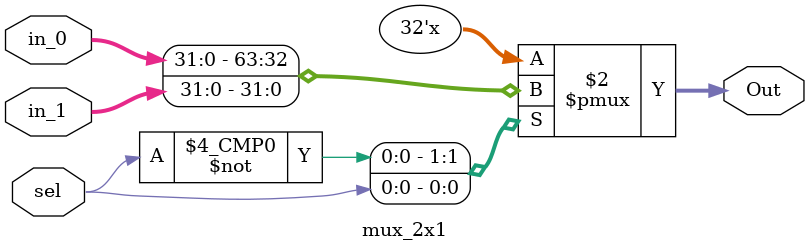
<source format=v>
`timescale 1ns / 1ps

module mux_2x1(
    in_0,
    in_1,
    sel,
    Out
    );

    parameter WIDTH = 32;
    input [WIDTH-1:0] in_0;               
    input [WIDTH-1:0] in_1;                
    input sel;              
    output reg [WIDTH-1:0] Out;
    
    always @(*) begin
      case (sel)
        0: 
          Out = in_0;
        1: 
          Out = in_1;
        default: 
          Out = 32'bx; 
      endcase
    end
endmodule

//testbench
// `timescale 1ns / 1ps

// module mux_2x1_tb;

//     reg [31:0] in_0, in_1;
//     reg sel;
//     wire [31:0] Out;

//     mux_2x1 mux_2x1_inst(
//         .in_0(in_0),
//         .in_1(in_1),
//         .sel(sel),
//         .Out(Out)
//     );

//     initial begin
//         $dumpfile("mux_2x1_tb.vcd");
//         $dumpvars(0, mux_2x1_tb);
        
//         in_0 = 32'h00000001;
//         in_1 = 32'h00000002;
//         sel = 0;
//         #10;
//         in_0 = 32'h00000020;
//         in_1 = 32'h00000004;
//         sel = 1;
//         #10;
//         $finish;
//     end
//     endmodule

</source>
